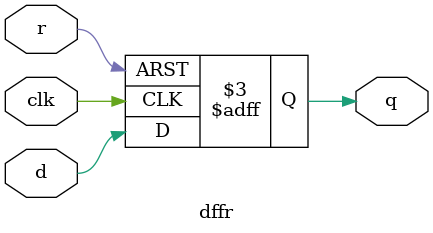
<source format=v>
module dffr(d,r,clk,q);
//Declaration of the ports
input d,r,clk;
output reg q;
//Achievement
initial
begin
	q=1'b0;
end

always @(posedge clk or posedge r)
begin	
	if (r) q=1'b0;
	else q=d;
end

endmodule

</source>
